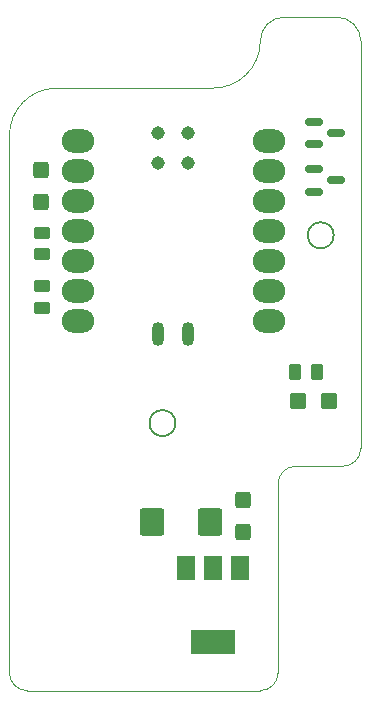
<source format=gbp>
G04 #@! TF.GenerationSoftware,KiCad,Pcbnew,(6.0.1)*
G04 #@! TF.CreationDate,2022-03-21T13:55:18+01:00*
G04 #@! TF.ProjectId,ERC_2022_GripperBoard,4552435f-3230-4323-925f-477269707065,rev?*
G04 #@! TF.SameCoordinates,Original*
G04 #@! TF.FileFunction,Paste,Bot*
G04 #@! TF.FilePolarity,Positive*
%FSLAX46Y46*%
G04 Gerber Fmt 4.6, Leading zero omitted, Abs format (unit mm)*
G04 Created by KiCad (PCBNEW (6.0.1)) date 2022-03-21 13:55:18*
%MOMM*%
%LPD*%
G01*
G04 APERTURE LIST*
G04 Aperture macros list*
%AMRoundRect*
0 Rectangle with rounded corners*
0 $1 Rounding radius*
0 $2 $3 $4 $5 $6 $7 $8 $9 X,Y pos of 4 corners*
0 Add a 4 corners polygon primitive as box body*
4,1,4,$2,$3,$4,$5,$6,$7,$8,$9,$2,$3,0*
0 Add four circle primitives for the rounded corners*
1,1,$1+$1,$2,$3*
1,1,$1+$1,$4,$5*
1,1,$1+$1,$6,$7*
1,1,$1+$1,$8,$9*
0 Add four rect primitives between the rounded corners*
20,1,$1+$1,$2,$3,$4,$5,0*
20,1,$1+$1,$4,$5,$6,$7,0*
20,1,$1+$1,$6,$7,$8,$9,0*
20,1,$1+$1,$8,$9,$2,$3,0*%
G04 Aperture macros list end*
G04 #@! TA.AperFunction,Profile*
%ADD10C,0.100000*%
G04 #@! TD*
G04 #@! TA.AperFunction,Profile*
%ADD11C,0.150000*%
G04 #@! TD*
%ADD12R,1.500000X2.000000*%
%ADD13R,3.800000X2.000000*%
%ADD14RoundRect,0.150000X-0.587500X-0.150000X0.587500X-0.150000X0.587500X0.150000X-0.587500X0.150000X0*%
%ADD15RoundRect,0.250000X0.425000X-0.450000X0.425000X0.450000X-0.425000X0.450000X-0.425000X-0.450000X0*%
%ADD16RoundRect,0.250000X0.450000X0.425000X-0.450000X0.425000X-0.450000X-0.425000X0.450000X-0.425000X0*%
%ADD17RoundRect,0.250000X0.262500X0.450000X-0.262500X0.450000X-0.262500X-0.450000X0.262500X-0.450000X0*%
%ADD18O,2.748280X1.998980*%
%ADD19O,1.016000X2.032000*%
%ADD20C,1.143000*%
%ADD21RoundRect,0.250000X0.450000X-0.262500X0.450000X0.262500X-0.450000X0.262500X-0.450000X-0.262500X0*%
%ADD22RoundRect,0.250000X0.787500X0.925000X-0.787500X0.925000X-0.787500X-0.925000X0.787500X-0.925000X0*%
G04 APERTURE END LIST*
D10*
X157000000Y-67000000D02*
X157000000Y-101500000D01*
D11*
X141305000Y-99355000D02*
G75*
G03*
X141305000Y-99355000I-1100000J0D01*
G01*
D10*
X127250000Y-120500000D02*
G75*
G03*
X128750000Y-122000000I1500001J1D01*
G01*
X144425000Y-70996573D02*
X131250000Y-71000000D01*
X155500000Y-103000000D02*
G75*
G03*
X157000000Y-101500000I-1J1500001D01*
G01*
X150000000Y-120500000D02*
X150000000Y-104500000D01*
X151500000Y-103000000D02*
X155500000Y-103000000D01*
D11*
X154705000Y-83455000D02*
G75*
G03*
X154705000Y-83455000I-1100000J0D01*
G01*
D10*
X157000000Y-67000000D02*
G75*
G03*
X155000000Y-65000000I-1999999J1D01*
G01*
X128750000Y-122000000D02*
X148500000Y-122000000D01*
X131250000Y-71000000D02*
G75*
G03*
X127250000Y-75000000I0J-4000000D01*
G01*
X127250000Y-75000000D02*
X127250000Y-120500000D01*
X151500000Y-103000000D02*
G75*
G03*
X150000000Y-104500000I1J-1500001D01*
G01*
X150500000Y-64996571D02*
G75*
G03*
X148496574Y-66996573I1J-2003430D01*
G01*
X144425000Y-70996573D02*
G75*
G03*
X148496573Y-66996573I70945J3999999D01*
G01*
X148500000Y-122000000D02*
G75*
G03*
X150000000Y-120500000I-1J1500001D01*
G01*
X150500000Y-64996571D02*
X155000000Y-65000000D01*
D12*
X142200000Y-111600000D03*
X144500000Y-111600000D03*
X146800000Y-111600000D03*
D13*
X144500000Y-117900000D03*
D14*
X153012500Y-75750000D03*
X153012500Y-73850000D03*
X154887500Y-74800000D03*
D15*
X129900000Y-80600000D03*
X129900000Y-77900000D03*
D16*
X154350000Y-97500000D03*
X151650000Y-97500000D03*
D17*
X153292500Y-95000000D03*
X151467500Y-95000000D03*
D18*
X149256290Y-75500490D03*
X149256290Y-78040490D03*
X149256290Y-80580490D03*
X149256290Y-83120490D03*
X149256290Y-85660490D03*
X149256290Y-88200490D03*
X149256290Y-90740490D03*
X133091730Y-90740490D03*
X133091730Y-88200490D03*
X133091730Y-85660490D03*
X133091730Y-83120490D03*
X133091730Y-80580490D03*
X133091730Y-78040490D03*
X133091730Y-75500490D03*
D19*
X142389410Y-91818310D03*
X139839410Y-91818310D03*
D20*
X142390607Y-74814123D03*
X139850607Y-74814123D03*
X142390607Y-77354123D03*
X139850607Y-77354123D03*
D15*
X147000000Y-108605000D03*
X147000000Y-105905000D03*
D21*
X130000000Y-85075000D03*
X130000000Y-83250000D03*
X130000000Y-89575000D03*
X130000000Y-87750000D03*
D14*
X153012500Y-79750000D03*
X153012500Y-77850000D03*
X154887500Y-78800000D03*
D22*
X144212500Y-107750000D03*
X139287500Y-107750000D03*
M02*

</source>
